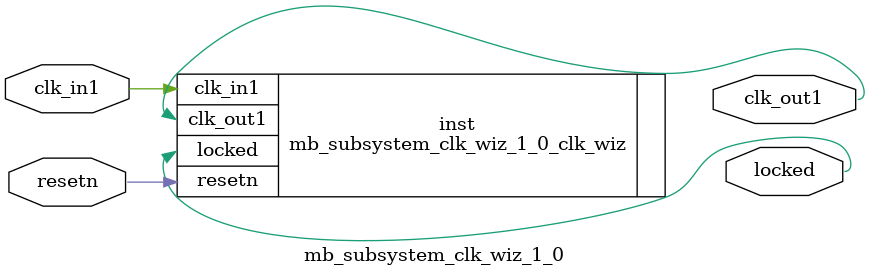
<source format=v>


`timescale 1ps/1ps

(* CORE_GENERATION_INFO = "mb_subsystem_clk_wiz_1_0,clk_wiz_v5_4_2_0,{component_name=mb_subsystem_clk_wiz_1_0,use_phase_alignment=true,use_min_o_jitter=false,use_max_i_jitter=false,use_dyn_phase_shift=false,use_inclk_switchover=false,use_dyn_reconfig=false,enable_axi=0,feedback_source=FDBK_AUTO,PRIMITIVE=MMCM,num_out_clk=1,clkin1_period=10.000,clkin2_period=10.000,use_power_down=false,use_reset=true,use_locked=true,use_inclk_stopped=false,feedback_type=SINGLE,CLOCK_MGR_TYPE=NA,manual_override=false}" *)

module mb_subsystem_clk_wiz_1_0 
 (
  // Clock out ports
  output        clk_out1,
  // Status and control signals
  input         resetn,
  output        locked,
 // Clock in ports
  input         clk_in1
 );

  mb_subsystem_clk_wiz_1_0_clk_wiz inst
  (
  // Clock out ports  
  .clk_out1(clk_out1),
  // Status and control signals               
  .resetn(resetn), 
  .locked(locked),
 // Clock in ports
  .clk_in1(clk_in1)
  );

endmodule

</source>
